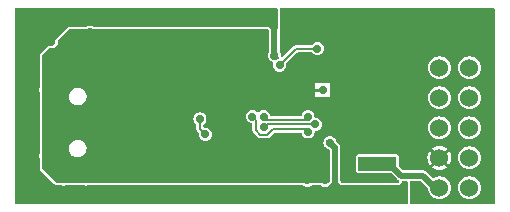
<source format=gbr>
%TF.GenerationSoftware,KiCad,Pcbnew,(6.0.7)*%
%TF.CreationDate,2022-09-08T11:38:00+02:00*%
%TF.ProjectId,blackmagic_richardeoin,626c6163-6b6d-4616-9769-635f72696368,rev?*%
%TF.SameCoordinates,Original*%
%TF.FileFunction,Copper,L2,Bot*%
%TF.FilePolarity,Positive*%
%FSLAX46Y46*%
G04 Gerber Fmt 4.6, Leading zero omitted, Abs format (unit mm)*
G04 Created by KiCad (PCBNEW (6.0.7)) date 2022-09-08 11:38:00*
%MOMM*%
%LPD*%
G01*
G04 APERTURE LIST*
%TA.AperFunction,ComponentPad*%
%ADD10C,1.524000*%
%TD*%
%TA.AperFunction,SMDPad,CuDef*%
%ADD11R,3.200000X1.200000*%
%TD*%
%TA.AperFunction,ViaPad*%
%ADD12C,0.700000*%
%TD*%
%TA.AperFunction,Conductor*%
%ADD13C,0.250000*%
%TD*%
%TA.AperFunction,Conductor*%
%ADD14C,0.200000*%
%TD*%
%TA.AperFunction,Conductor*%
%ADD15C,0.500000*%
%TD*%
G04 APERTURE END LIST*
D10*
%TO.P,JP1,1*%
%TO.N,TARGET_RST*%
X164131100Y-101773600D03*
%TO.P,JP1,2*%
%TO.N,TARGET_TDO*%
X166671100Y-101773600D03*
%TO.P,JP1,3*%
%TO.N,TARGET_TCK*%
X164131100Y-104313600D03*
%TO.P,JP1,4*%
%TO.N,TARGET_TRST*%
X166671100Y-104313600D03*
%TO.P,JP1,5*%
%TO.N,TARGET_TMS*%
X164131100Y-106853600D03*
%TO.P,JP1,6*%
%TO.N,TARGET_TDI*%
X166671100Y-106853600D03*
%TO.P,JP1,7*%
%TO.N,GND*%
X164131100Y-109393600D03*
%TO.P,JP1,8*%
%TO.N,T_RXD*%
X166671100Y-109393600D03*
%TO.P,JP1,9*%
%TO.N,T_PWR*%
X164131100Y-111933600D03*
%TO.P,JP1,10*%
%TO.N,T_TXD*%
X166671100Y-111933600D03*
%TD*%
D11*
%TO.P,JP2,1*%
%TO.N,T_PWR*%
X158870100Y-109883600D03*
%TO.P,JP2,2*%
%TO.N,3.3V*%
X158870100Y-112423600D03*
%TD*%
D12*
%TO.N,TRST*%
X154251100Y-103628600D03*
%TO.N,GND*%
X138751100Y-100453600D03*
X139151100Y-98853600D03*
X130800000Y-109200000D03*
X157701100Y-101003600D03*
X134550000Y-98750000D03*
X165401100Y-100903600D03*
X143351100Y-107403600D03*
X135850000Y-108900000D03*
X155701100Y-98653600D03*
X136900000Y-103900000D03*
X144051100Y-102053600D03*
X134550000Y-100150000D03*
X136550000Y-108900000D03*
X154451100Y-100803600D03*
X131251100Y-100453600D03*
X152951100Y-111303600D03*
X134550000Y-99450000D03*
X157701100Y-107403600D03*
X132300000Y-111200000D03*
X148551100Y-107953600D03*
X137250000Y-108900000D03*
X134200000Y-101400000D03*
X130800000Y-103600000D03*
X154451100Y-111303600D03*
X149251100Y-104253600D03*
X134200000Y-111200000D03*
X132300000Y-101400000D03*
X159101100Y-107403600D03*
%TO.N,RST*%
X150601100Y-101553600D03*
X153801100Y-100153600D03*
%TO.N,PWR_BR*%
X153001100Y-107203600D03*
X148301100Y-105903600D03*
%TO.N,RXD*%
X153001100Y-105903600D03*
X149251100Y-105903600D03*
%TO.N,TXD*%
X143851100Y-106103600D03*
X149251100Y-106803600D03*
X144301100Y-107403600D03*
X153626100Y-106553600D03*
%TO.N,3.3V*%
X142651100Y-97153600D03*
X131251100Y-99553600D03*
X144551100Y-112853600D03*
X131251100Y-98853600D03*
X154851100Y-108103600D03*
X160851100Y-112303600D03*
X150151100Y-100753600D03*
X149251100Y-112853600D03*
X138351100Y-112053600D03*
%TD*%
D13*
%TO.N,GND*%
X149879700Y-103625000D02*
X153975000Y-103625000D01*
X149251100Y-104253600D02*
X149879700Y-103625000D01*
D14*
%TO.N,RST*%
X152001100Y-100153600D02*
X150601100Y-101553600D01*
X152001100Y-100153600D02*
X153801100Y-100153600D01*
%TO.N,PWR_BR*%
X152751100Y-106953600D02*
X153001100Y-107203600D01*
X148601100Y-106203600D02*
X148601100Y-107078600D01*
X148601100Y-107078600D02*
X148976100Y-107453600D01*
X149526100Y-107453600D02*
X150026100Y-106953600D01*
X150026100Y-106953600D02*
X152751100Y-106953600D01*
X148976100Y-107453600D02*
X149526100Y-107453600D01*
X148301100Y-105903600D02*
X148601100Y-106203600D01*
D15*
%TO.N,T_PWR*%
X159881100Y-109883600D02*
X160901100Y-110903600D01*
X162701100Y-110903600D02*
X163731100Y-111933600D01*
X163731100Y-111933600D02*
X164131100Y-111933600D01*
X158870100Y-109883600D02*
X159881100Y-109883600D01*
X160901100Y-110903600D02*
X162701100Y-110903600D01*
D14*
%TO.N,RXD*%
X149251100Y-105903600D02*
X149501100Y-106153600D01*
X149501100Y-106153600D02*
X152751100Y-106153600D01*
X152751100Y-106153600D02*
X153001100Y-105903600D01*
%TO.N,TXD*%
X149251100Y-106803600D02*
X149501100Y-106553600D01*
X143851100Y-106953600D02*
X144301100Y-107403600D01*
X149501100Y-106553600D02*
X153626100Y-106553600D01*
X143851100Y-106103600D02*
X143851100Y-106953600D01*
D15*
%TO.N,3.3V*%
X155301100Y-108553600D02*
X155301100Y-111603600D01*
X154751100Y-112153600D02*
X155301100Y-111603600D01*
X154851100Y-108103600D02*
X155301100Y-108553600D01*
X150151100Y-98403600D02*
X150151100Y-97226100D01*
X155301100Y-111603600D02*
X155851100Y-112153600D01*
X149601100Y-97853600D02*
X150151100Y-98403600D01*
X150151100Y-100753600D02*
X150151100Y-98403600D01*
X155301100Y-111603600D02*
X155301100Y-112748900D01*
%TD*%
%TA.AperFunction,Conductor*%
%TO.N,3.3V*%
G36*
X150378691Y-96723007D02*
G01*
X150414655Y-96772507D01*
X150419500Y-96803100D01*
X150419500Y-98435884D01*
X150414655Y-98466474D01*
X150406157Y-98492630D01*
X150405548Y-98496474D01*
X150405547Y-98496479D01*
X150396709Y-98552284D01*
X150396100Y-98556132D01*
X150396100Y-100402801D01*
X150407006Y-100468857D01*
X150408308Y-100472691D01*
X150408309Y-100472697D01*
X150417745Y-100500493D01*
X150427464Y-100529124D01*
X150443309Y-100558770D01*
X150447461Y-100567551D01*
X150482231Y-100651495D01*
X150488920Y-100676458D01*
X150499298Y-100755285D01*
X150500126Y-100766264D01*
X150500983Y-100809931D01*
X150510926Y-100867798D01*
X150519250Y-100899942D01*
X150515534Y-100961015D01*
X150476630Y-101008239D01*
X150457194Y-101016794D01*
X150457391Y-101017270D01*
X150323475Y-101072739D01*
X150318328Y-101076689D01*
X150318322Y-101076692D01*
X150251386Y-101128054D01*
X150193710Y-101148478D01*
X150137200Y-101132541D01*
X150130290Y-101128054D01*
X150118226Y-101120219D01*
X150117985Y-101120589D01*
X150108982Y-101116357D01*
X150090568Y-101103291D01*
X150090567Y-101103290D01*
X150086031Y-101100072D01*
X149989153Y-101059945D01*
X149966776Y-101047026D01*
X149915383Y-101007591D01*
X149897109Y-100989317D01*
X149875392Y-100961015D01*
X149857674Y-100937924D01*
X149844757Y-100915550D01*
X149819967Y-100855701D01*
X149813280Y-100830743D01*
X149804825Y-100766523D01*
X149804825Y-100740677D01*
X149813280Y-100676457D01*
X149819969Y-100651495D01*
X149854739Y-100567551D01*
X149858891Y-100558770D01*
X149874736Y-100529124D01*
X149884455Y-100500493D01*
X149893891Y-100472697D01*
X149893892Y-100472691D01*
X149895194Y-100468857D01*
X149906100Y-100402801D01*
X149906100Y-98631211D01*
X149905466Y-98615086D01*
X149904247Y-98599599D01*
X149882484Y-98522431D01*
X149854707Y-98467914D01*
X149816914Y-98415897D01*
X149784703Y-98383686D01*
X149772853Y-98372731D01*
X149772103Y-98372091D01*
X149772089Y-98372078D01*
X149764744Y-98365805D01*
X149764741Y-98365803D01*
X149761040Y-98362642D01*
X149727977Y-98344126D01*
X149695329Y-98325842D01*
X149695326Y-98325841D01*
X149691082Y-98323464D01*
X149632891Y-98304557D01*
X149629047Y-98303948D01*
X149629042Y-98303947D01*
X149573237Y-98295109D01*
X149573232Y-98295109D01*
X149569389Y-98294500D01*
X134894282Y-98294500D01*
X134838782Y-98275661D01*
X134838393Y-98276334D01*
X134835008Y-98274380D01*
X134834016Y-98274043D01*
X134832774Y-98273090D01*
X134827625Y-98269139D01*
X134821632Y-98266656D01*
X134821629Y-98266655D01*
X134744650Y-98234770D01*
X134693709Y-98213670D01*
X134687280Y-98212824D01*
X134687278Y-98212823D01*
X134556433Y-98195597D01*
X134550000Y-98194750D01*
X134543567Y-98195597D01*
X134412722Y-98212823D01*
X134412720Y-98212824D01*
X134406291Y-98213670D01*
X134355350Y-98234770D01*
X134278371Y-98266655D01*
X134278368Y-98266656D01*
X134272375Y-98269139D01*
X134267226Y-98273090D01*
X134265984Y-98274043D01*
X134264992Y-98274380D01*
X134261607Y-98276334D01*
X134261218Y-98275661D01*
X134205718Y-98294500D01*
X132841008Y-98294500D01*
X132840076Y-98294537D01*
X132840058Y-98294537D01*
X132825838Y-98295096D01*
X132825815Y-98295097D01*
X132824883Y-98295134D01*
X132823943Y-98295208D01*
X132823926Y-98295209D01*
X132814245Y-98295971D01*
X132814242Y-98295972D01*
X132809396Y-98296353D01*
X132732228Y-98318116D01*
X132727894Y-98320324D01*
X132727892Y-98320325D01*
X132717064Y-98325842D01*
X132677711Y-98345893D01*
X132674563Y-98348180D01*
X132674560Y-98348182D01*
X132641671Y-98372078D01*
X132625694Y-98383686D01*
X131688587Y-99320793D01*
X131669234Y-99343154D01*
X131652233Y-99365923D01*
X131614835Y-99451433D01*
X131613800Y-99457017D01*
X131613800Y-99457018D01*
X131606521Y-99496301D01*
X131606521Y-99496305D01*
X131605236Y-99503239D01*
X131606188Y-99503416D01*
X131605591Y-99516194D01*
X131603159Y-99526849D01*
X131602652Y-99526733D01*
X131602647Y-99526782D01*
X131602608Y-99526777D01*
X131601834Y-99532656D01*
X131600003Y-99540678D01*
X131600003Y-99546242D01*
X131599852Y-99547582D01*
X131599635Y-99549355D01*
X131597105Y-99568576D01*
X131595787Y-99581958D01*
X131594940Y-99594880D01*
X131594500Y-99608321D01*
X131594500Y-99673872D01*
X131575593Y-99732063D01*
X131565504Y-99743876D01*
X131443876Y-99865504D01*
X131389359Y-99893281D01*
X131373872Y-99894500D01*
X131324810Y-99894500D01*
X131311369Y-99894940D01*
X131310552Y-99894994D01*
X131310543Y-99894994D01*
X131308409Y-99895134D01*
X131298447Y-99895787D01*
X131297654Y-99895865D01*
X131297643Y-99895866D01*
X131292700Y-99896353D01*
X131285065Y-99897105D01*
X131284251Y-99897212D01*
X131284235Y-99897214D01*
X131278987Y-99897905D01*
X131275606Y-99898350D01*
X131262687Y-99899197D01*
X131257535Y-99899197D01*
X131251100Y-99898350D01*
X131244665Y-99899197D01*
X131239513Y-99899197D01*
X131226594Y-99898350D01*
X131223213Y-99897905D01*
X131217965Y-99897214D01*
X131217949Y-99897212D01*
X131217135Y-99897105D01*
X131209500Y-99896353D01*
X131204557Y-99895866D01*
X131204546Y-99895865D01*
X131203753Y-99895787D01*
X131193791Y-99895134D01*
X131191657Y-99894994D01*
X131191648Y-99894994D01*
X131190831Y-99894940D01*
X131177390Y-99894500D01*
X131141008Y-99894500D01*
X131140076Y-99894537D01*
X131140058Y-99894537D01*
X131125838Y-99895096D01*
X131125815Y-99895097D01*
X131124883Y-99895134D01*
X131123943Y-99895208D01*
X131123926Y-99895209D01*
X131114245Y-99895971D01*
X131114242Y-99895972D01*
X131109396Y-99896353D01*
X131032228Y-99918116D01*
X130977711Y-99945893D01*
X130925694Y-99983686D01*
X130383686Y-100525694D01*
X130372731Y-100537544D01*
X130362642Y-100549357D01*
X130323464Y-100619315D01*
X130304557Y-100677506D01*
X130294500Y-100741008D01*
X130294500Y-103362169D01*
X130286964Y-103400053D01*
X130263670Y-103456291D01*
X130244750Y-103600000D01*
X130263670Y-103743709D01*
X130266153Y-103749703D01*
X130286964Y-103799946D01*
X130294500Y-103837831D01*
X130294500Y-108962169D01*
X130286964Y-109000053D01*
X130263670Y-109056291D01*
X130244750Y-109200000D01*
X130263670Y-109343709D01*
X130266153Y-109349703D01*
X130286964Y-109399946D01*
X130294500Y-109437831D01*
X130294500Y-110258992D01*
X130295134Y-110275117D01*
X130296353Y-110290604D01*
X130318116Y-110367772D01*
X130345893Y-110422289D01*
X130383686Y-110474306D01*
X131525694Y-111616314D01*
X131537544Y-111627269D01*
X131538294Y-111627909D01*
X131538308Y-111627922D01*
X131545653Y-111634195D01*
X131545656Y-111634197D01*
X131549357Y-111637358D01*
X131553608Y-111639738D01*
X131553607Y-111639738D01*
X131615068Y-111674158D01*
X131615071Y-111674159D01*
X131619315Y-111676536D01*
X131677506Y-111695443D01*
X131681350Y-111696052D01*
X131681355Y-111696053D01*
X131737160Y-111704891D01*
X131737165Y-111704891D01*
X131741008Y-111705500D01*
X132062169Y-111705500D01*
X132100053Y-111713036D01*
X132156291Y-111736330D01*
X132162720Y-111737176D01*
X132162722Y-111737177D01*
X132293567Y-111754403D01*
X132300000Y-111755250D01*
X132306433Y-111754403D01*
X132437278Y-111737177D01*
X132437280Y-111737176D01*
X132443709Y-111736330D01*
X132499947Y-111713036D01*
X132537831Y-111705500D01*
X133962169Y-111705500D01*
X134000053Y-111713036D01*
X134056291Y-111736330D01*
X134062720Y-111737176D01*
X134062722Y-111737177D01*
X134193567Y-111754403D01*
X134200000Y-111755250D01*
X134206433Y-111754403D01*
X134337278Y-111737177D01*
X134337280Y-111737176D01*
X134343709Y-111736330D01*
X134399947Y-111713036D01*
X134437831Y-111705500D01*
X138332079Y-111705500D01*
X138332904Y-111705473D01*
X138344703Y-111705087D01*
X138344720Y-111705086D01*
X138345519Y-111705060D01*
X138346266Y-111705011D01*
X138355934Y-111705011D01*
X138356681Y-111705060D01*
X138357480Y-111705086D01*
X138357497Y-111705087D01*
X138369296Y-111705473D01*
X138370121Y-111705500D01*
X152536965Y-111705500D01*
X152597233Y-111725958D01*
X152673475Y-111784461D01*
X152807391Y-111839930D01*
X152813820Y-111840776D01*
X152813822Y-111840777D01*
X152944667Y-111858003D01*
X152951100Y-111858850D01*
X152957533Y-111858003D01*
X153088378Y-111840777D01*
X153088380Y-111840776D01*
X153094809Y-111839930D01*
X153228725Y-111784461D01*
X153304967Y-111725958D01*
X153365235Y-111705500D01*
X154036965Y-111705500D01*
X154097233Y-111725958D01*
X154173475Y-111784461D01*
X154307391Y-111839930D01*
X154313820Y-111840776D01*
X154313822Y-111840777D01*
X154444667Y-111858003D01*
X154451100Y-111858850D01*
X154457533Y-111858003D01*
X154588378Y-111840777D01*
X154588380Y-111840776D01*
X154594809Y-111839930D01*
X154728725Y-111784461D01*
X154843721Y-111696221D01*
X154853506Y-111683469D01*
X154883485Y-111658538D01*
X154883099Y-111657908D01*
X154886418Y-111655874D01*
X154889886Y-111654107D01*
X154912939Y-111637358D01*
X154938754Y-111618602D01*
X154938755Y-111618601D01*
X154941903Y-111616314D01*
X154966914Y-111591303D01*
X154977869Y-111579453D01*
X154987958Y-111567640D01*
X155002072Y-111542437D01*
X155024758Y-111501929D01*
X155024759Y-111501926D01*
X155027136Y-111497682D01*
X155046043Y-111439491D01*
X155048734Y-111422503D01*
X155055491Y-111379837D01*
X155055491Y-111379832D01*
X155056100Y-111375989D01*
X155056100Y-108781211D01*
X155055466Y-108765086D01*
X155054247Y-108749599D01*
X155032484Y-108672431D01*
X155004707Y-108617914D01*
X154966914Y-108565897D01*
X154925909Y-108524892D01*
X154871486Y-108485893D01*
X154867854Y-108484102D01*
X154867849Y-108484099D01*
X154818037Y-108459536D01*
X154814403Y-108457744D01*
X154782255Y-108447992D01*
X154773108Y-108444719D01*
X154689154Y-108409945D01*
X154666776Y-108397026D01*
X154615383Y-108357591D01*
X154597109Y-108339317D01*
X154592120Y-108332815D01*
X154557674Y-108287924D01*
X154544757Y-108265550D01*
X154519967Y-108205701D01*
X154513280Y-108180743D01*
X154512539Y-108175112D01*
X154504825Y-108116520D01*
X154504825Y-108090677D01*
X154513280Y-108026457D01*
X154519968Y-108001496D01*
X154544757Y-107941650D01*
X154557674Y-107919276D01*
X154597109Y-107867883D01*
X154615383Y-107849609D01*
X154620306Y-107845831D01*
X154666776Y-107810174D01*
X154689150Y-107797257D01*
X154748999Y-107772467D01*
X154773957Y-107765780D01*
X154838180Y-107757325D01*
X154864020Y-107757325D01*
X154928243Y-107765780D01*
X154953201Y-107772467D01*
X155013050Y-107797257D01*
X155035424Y-107810174D01*
X155081894Y-107845831D01*
X155086817Y-107849609D01*
X155105091Y-107867883D01*
X155144526Y-107919276D01*
X155157445Y-107941654D01*
X155192219Y-108025608D01*
X155195492Y-108034755D01*
X155205244Y-108066903D01*
X155207036Y-108070537D01*
X155231599Y-108120349D01*
X155231602Y-108120354D01*
X155233393Y-108123986D01*
X155272392Y-108178409D01*
X155427255Y-108333272D01*
X155435468Y-108341046D01*
X155442793Y-108347606D01*
X155443558Y-108348162D01*
X155453248Y-108357224D01*
X155474145Y-108379830D01*
X155476886Y-108382738D01*
X155479580Y-108385541D01*
X155482433Y-108388450D01*
X155491998Y-108398015D01*
X155511237Y-108425163D01*
X155518093Y-108439440D01*
X155518145Y-108439548D01*
X155518264Y-108439795D01*
X155519681Y-108442687D01*
X155519756Y-108442837D01*
X155521021Y-108445370D01*
X155521070Y-108445467D01*
X155522536Y-108448346D01*
X155529744Y-108462222D01*
X155539790Y-108493139D01*
X155542125Y-108508669D01*
X155542628Y-108511847D01*
X155543136Y-108514900D01*
X155543693Y-108518092D01*
X155543723Y-108518258D01*
X155543739Y-108518346D01*
X155546257Y-108532135D01*
X155547483Y-108558645D01*
X155547142Y-108562497D01*
X155546456Y-108574133D01*
X155546100Y-108586227D01*
X155546100Y-111375989D01*
X155546137Y-111376921D01*
X155546137Y-111376939D01*
X155546243Y-111379619D01*
X155546734Y-111392114D01*
X155547953Y-111407601D01*
X155569716Y-111484769D01*
X155597493Y-111539286D01*
X155599780Y-111542434D01*
X155599782Y-111542437D01*
X155632998Y-111588154D01*
X155635286Y-111591303D01*
X155660297Y-111616314D01*
X155672147Y-111627269D01*
X155672897Y-111627909D01*
X155672911Y-111627922D01*
X155680256Y-111634195D01*
X155680259Y-111634197D01*
X155683960Y-111637358D01*
X155688211Y-111639738D01*
X155688210Y-111639738D01*
X155749671Y-111674158D01*
X155749674Y-111674159D01*
X155753918Y-111676536D01*
X155812109Y-111695443D01*
X155815953Y-111696052D01*
X155815958Y-111696053D01*
X155871763Y-111704891D01*
X155871768Y-111704891D01*
X155875611Y-111705500D01*
X160658319Y-111705500D01*
X160676049Y-111704734D01*
X160677096Y-111704643D01*
X160677101Y-111704643D01*
X160688129Y-111703688D01*
X160688130Y-111703688D01*
X160693070Y-111703260D01*
X160771500Y-111680139D01*
X160825574Y-111651508D01*
X160856458Y-111631419D01*
X160913960Y-111560300D01*
X160940877Y-111505354D01*
X160950555Y-111480085D01*
X160951267Y-111478226D01*
X160951268Y-111478223D01*
X160954052Y-111470953D01*
X160955238Y-111447992D01*
X160977122Y-111390855D01*
X161028411Y-111357493D01*
X161054106Y-111354100D01*
X161335107Y-111354100D01*
X161393298Y-111373007D01*
X161429262Y-111422507D01*
X161434107Y-111453100D01*
X161434107Y-111483688D01*
X161442912Y-111539286D01*
X161443281Y-111541617D01*
X161444500Y-111557102D01*
X161444500Y-113204100D01*
X161425593Y-113262291D01*
X161376093Y-113298255D01*
X161345500Y-113303100D01*
X128300600Y-113303100D01*
X128242409Y-113284193D01*
X128206445Y-113234693D01*
X128201600Y-113204100D01*
X128201600Y-96803100D01*
X128220507Y-96744909D01*
X128270007Y-96708945D01*
X128300600Y-96704100D01*
X150320500Y-96704100D01*
X150378691Y-96723007D01*
G37*
%TD.AperFunction*%
%TD*%
%TA.AperFunction,Conductor*%
%TO.N,GND*%
G36*
X168759791Y-96723007D02*
G01*
X168795755Y-96772507D01*
X168800600Y-96803100D01*
X168800600Y-113204100D01*
X168781693Y-113262291D01*
X168732193Y-113298255D01*
X168701600Y-113303100D01*
X161749000Y-113303100D01*
X161690809Y-113284193D01*
X161654845Y-113234693D01*
X161650000Y-113204100D01*
X161650000Y-111500000D01*
X161644906Y-111500000D01*
X161639607Y-111483691D01*
X161639608Y-111422506D01*
X161675572Y-111373006D01*
X161733762Y-111354100D01*
X162473489Y-111354100D01*
X162531680Y-111373007D01*
X162543493Y-111383096D01*
X163146079Y-111985682D01*
X163173856Y-112040199D01*
X163174727Y-112047394D01*
X163179832Y-112108190D01*
X163181165Y-112112838D01*
X163181165Y-112112839D01*
X163227325Y-112273817D01*
X163231860Y-112289634D01*
X163234075Y-112293944D01*
X163315927Y-112453212D01*
X163315930Y-112453216D01*
X163318140Y-112457517D01*
X163435385Y-112605444D01*
X163439072Y-112608582D01*
X163439074Y-112608584D01*
X163575442Y-112724642D01*
X163575447Y-112724645D01*
X163579130Y-112727780D01*
X163583353Y-112730140D01*
X163583357Y-112730143D01*
X163706303Y-112798855D01*
X163743900Y-112819867D01*
X163784692Y-112833121D01*
X163918818Y-112876701D01*
X163918821Y-112876702D01*
X163923417Y-112878195D01*
X163928213Y-112878767D01*
X163928218Y-112878768D01*
X164017131Y-112889370D01*
X164110845Y-112900545D01*
X164115667Y-112900174D01*
X164115670Y-112900174D01*
X164177378Y-112895426D01*
X164299045Y-112886064D01*
X164480848Y-112835303D01*
X164649329Y-112750198D01*
X164798070Y-112633988D01*
X164801232Y-112630325D01*
X164801237Y-112630320D01*
X164918243Y-112494766D01*
X164921407Y-112491101D01*
X164940486Y-112457517D01*
X165012253Y-112331184D01*
X165012254Y-112331181D01*
X165014642Y-112326978D01*
X165017872Y-112317270D01*
X165072696Y-112152463D01*
X165072696Y-112152461D01*
X165074223Y-112147872D01*
X165075308Y-112139289D01*
X165097532Y-111963358D01*
X165097880Y-111960605D01*
X165098257Y-111933600D01*
X165096933Y-111920096D01*
X165704037Y-111920096D01*
X165707206Y-111957831D01*
X165714123Y-112040199D01*
X165719832Y-112108190D01*
X165721165Y-112112838D01*
X165721165Y-112112839D01*
X165767325Y-112273817D01*
X165771860Y-112289634D01*
X165774075Y-112293944D01*
X165855927Y-112453212D01*
X165855930Y-112453216D01*
X165858140Y-112457517D01*
X165975385Y-112605444D01*
X165979072Y-112608582D01*
X165979074Y-112608584D01*
X166115442Y-112724642D01*
X166115447Y-112724645D01*
X166119130Y-112727780D01*
X166123353Y-112730140D01*
X166123357Y-112730143D01*
X166246303Y-112798855D01*
X166283900Y-112819867D01*
X166324692Y-112833121D01*
X166458818Y-112876701D01*
X166458821Y-112876702D01*
X166463417Y-112878195D01*
X166468213Y-112878767D01*
X166468218Y-112878768D01*
X166557131Y-112889370D01*
X166650845Y-112900545D01*
X166655667Y-112900174D01*
X166655670Y-112900174D01*
X166717378Y-112895426D01*
X166839045Y-112886064D01*
X167020848Y-112835303D01*
X167189329Y-112750198D01*
X167338070Y-112633988D01*
X167341232Y-112630325D01*
X167341237Y-112630320D01*
X167458243Y-112494766D01*
X167461407Y-112491101D01*
X167480486Y-112457517D01*
X167552253Y-112331184D01*
X167552254Y-112331181D01*
X167554642Y-112326978D01*
X167557872Y-112317270D01*
X167612696Y-112152463D01*
X167612696Y-112152461D01*
X167614223Y-112147872D01*
X167615308Y-112139289D01*
X167637532Y-111963358D01*
X167637880Y-111960605D01*
X167638257Y-111933600D01*
X167619838Y-111745745D01*
X167565281Y-111565045D01*
X167476666Y-111398383D01*
X167357366Y-111252108D01*
X167211927Y-111131791D01*
X167045888Y-111042014D01*
X166865574Y-110986197D01*
X166853624Y-110984941D01*
X166682668Y-110966973D01*
X166682666Y-110966973D01*
X166677852Y-110966467D01*
X166622983Y-110971460D01*
X166494692Y-110983135D01*
X166494688Y-110983136D01*
X166489873Y-110983574D01*
X166419951Y-111004153D01*
X166313444Y-111035500D01*
X166313441Y-111035501D01*
X166308797Y-111036868D01*
X166270869Y-111056696D01*
X166145817Y-111122071D01*
X166145813Y-111122074D01*
X166141520Y-111124318D01*
X166137744Y-111127354D01*
X166137741Y-111127356D01*
X165998188Y-111239560D01*
X165994416Y-111242593D01*
X165991307Y-111246298D01*
X165991304Y-111246301D01*
X165876203Y-111383473D01*
X165873086Y-111387188D01*
X165782152Y-111552596D01*
X165725078Y-111732517D01*
X165723594Y-111745745D01*
X165705060Y-111910979D01*
X165704037Y-111920096D01*
X165096933Y-111920096D01*
X165079838Y-111745745D01*
X165025281Y-111565045D01*
X164936666Y-111398383D01*
X164817366Y-111252108D01*
X164671927Y-111131791D01*
X164505888Y-111042014D01*
X164325574Y-110986197D01*
X164313624Y-110984941D01*
X164142668Y-110966973D01*
X164142666Y-110966973D01*
X164137852Y-110966467D01*
X164082983Y-110971460D01*
X163954692Y-110983135D01*
X163954688Y-110983136D01*
X163949873Y-110983574D01*
X163879951Y-111004153D01*
X163773444Y-111035500D01*
X163773441Y-111035501D01*
X163768797Y-111036868D01*
X163731080Y-111056586D01*
X163637993Y-111105250D01*
X163577664Y-111115454D01*
X163522123Y-111087520D01*
X163042719Y-110608116D01*
X163034977Y-110599403D01*
X163017553Y-110577301D01*
X163012972Y-110571490D01*
X162964351Y-110537886D01*
X162961828Y-110536083D01*
X162920239Y-110505364D01*
X162920237Y-110505363D01*
X162914284Y-110500966D01*
X162907468Y-110498573D01*
X162901531Y-110494469D01*
X162894472Y-110492236D01*
X162894471Y-110492236D01*
X162874127Y-110485802D01*
X162845171Y-110476644D01*
X162842286Y-110475682D01*
X162786469Y-110456081D01*
X162780427Y-110455844D01*
X162777753Y-110455323D01*
X162772370Y-110453620D01*
X162765763Y-110453100D01*
X162712559Y-110453100D01*
X162708672Y-110453024D01*
X162658497Y-110451052D01*
X162658494Y-110451052D01*
X162651106Y-110450762D01*
X162644328Y-110452559D01*
X162634503Y-110453100D01*
X161128711Y-110453100D01*
X161070520Y-110434193D01*
X161058707Y-110424104D01*
X160828212Y-110193609D01*
X163513697Y-110193609D01*
X163514188Y-110196709D01*
X163516123Y-110199159D01*
X163547055Y-110225486D01*
X163554974Y-110230988D01*
X163719760Y-110323085D01*
X163728588Y-110326942D01*
X163908137Y-110385281D01*
X163917537Y-110387348D01*
X164105002Y-110409701D01*
X164114629Y-110409903D01*
X164302854Y-110395420D01*
X164312345Y-110393746D01*
X164494174Y-110342978D01*
X164503154Y-110339495D01*
X164671660Y-110254377D01*
X164679795Y-110249215D01*
X164740500Y-110201787D01*
X164747958Y-110190730D01*
X164747887Y-110188701D01*
X164745190Y-110184467D01*
X164142186Y-109581463D01*
X164130303Y-109575409D01*
X164125272Y-109576205D01*
X163519751Y-110181726D01*
X163513697Y-110193609D01*
X160828212Y-110193609D01*
X160699596Y-110064993D01*
X160671819Y-110010476D01*
X160670600Y-109994989D01*
X160670600Y-109384222D01*
X163114707Y-109384222D01*
X163130504Y-109572350D01*
X163132242Y-109581818D01*
X163184277Y-109763287D01*
X163187828Y-109772255D01*
X163274117Y-109940156D01*
X163279337Y-109948255D01*
X163322801Y-110003093D01*
X163333912Y-110010475D01*
X163336122Y-110010382D01*
X163340084Y-110007839D01*
X163943237Y-109404686D01*
X163948479Y-109394397D01*
X164312909Y-109394397D01*
X164313705Y-109399428D01*
X164919461Y-110005184D01*
X164931344Y-110011238D01*
X164934627Y-110010719D01*
X164936831Y-110008990D01*
X164958888Y-109983437D01*
X164964445Y-109975559D01*
X165057693Y-109811415D01*
X165061608Y-109802620D01*
X165121199Y-109623483D01*
X165123333Y-109614089D01*
X165147253Y-109424745D01*
X165147640Y-109419220D01*
X165147958Y-109396371D01*
X165147726Y-109390841D01*
X165146672Y-109380096D01*
X165704037Y-109380096D01*
X165719832Y-109568190D01*
X165721165Y-109572838D01*
X165721165Y-109572839D01*
X165731211Y-109607872D01*
X165771860Y-109749634D01*
X165774075Y-109753944D01*
X165855927Y-109913212D01*
X165855930Y-109913216D01*
X165858140Y-109917517D01*
X165975385Y-110065444D01*
X165979072Y-110068582D01*
X165979074Y-110068584D01*
X166115442Y-110184642D01*
X166115447Y-110184645D01*
X166119130Y-110187780D01*
X166123353Y-110190140D01*
X166123357Y-110190143D01*
X166196441Y-110230988D01*
X166283900Y-110279867D01*
X166324692Y-110293121D01*
X166458818Y-110336701D01*
X166458821Y-110336702D01*
X166463417Y-110338195D01*
X166468213Y-110338767D01*
X166468218Y-110338768D01*
X166557131Y-110349370D01*
X166650845Y-110360545D01*
X166655667Y-110360174D01*
X166655670Y-110360174D01*
X166717378Y-110355426D01*
X166839045Y-110346064D01*
X167020848Y-110295303D01*
X167189329Y-110210198D01*
X167338070Y-110093988D01*
X167341232Y-110090325D01*
X167341237Y-110090320D01*
X167458243Y-109954766D01*
X167461407Y-109951101D01*
X167480486Y-109917517D01*
X167552253Y-109791184D01*
X167552254Y-109791181D01*
X167554642Y-109786978D01*
X167568615Y-109744976D01*
X167612696Y-109612463D01*
X167612696Y-109612461D01*
X167614223Y-109607872D01*
X167617515Y-109581818D01*
X167637532Y-109423358D01*
X167637880Y-109420605D01*
X167638257Y-109393600D01*
X167619838Y-109205745D01*
X167565281Y-109025045D01*
X167476666Y-108858383D01*
X167357366Y-108712108D01*
X167271141Y-108640777D01*
X167215654Y-108594874D01*
X167215653Y-108594873D01*
X167211927Y-108591791D01*
X167045888Y-108502014D01*
X166865574Y-108446197D01*
X166853624Y-108444941D01*
X166682668Y-108426973D01*
X166682666Y-108426973D01*
X166677852Y-108426467D01*
X166622983Y-108431460D01*
X166494692Y-108443135D01*
X166494688Y-108443136D01*
X166489873Y-108443574D01*
X166451965Y-108454731D01*
X166313444Y-108495500D01*
X166313441Y-108495501D01*
X166308797Y-108496868D01*
X166270869Y-108516696D01*
X166145817Y-108582071D01*
X166145813Y-108582074D01*
X166141520Y-108584318D01*
X166137744Y-108587354D01*
X166137741Y-108587356D01*
X166034702Y-108670202D01*
X165994416Y-108702593D01*
X165991307Y-108706298D01*
X165991304Y-108706301D01*
X165898467Y-108816940D01*
X165873086Y-108847188D01*
X165782152Y-109012596D01*
X165725078Y-109192517D01*
X165721041Y-109228506D01*
X165706964Y-109354006D01*
X165704037Y-109380096D01*
X165146672Y-109380096D01*
X165129102Y-109200902D01*
X165127232Y-109191454D01*
X165072666Y-109010723D01*
X165068996Y-109001819D01*
X164980367Y-108835130D01*
X164975037Y-108827108D01*
X164939725Y-108783813D01*
X164928514Y-108776588D01*
X164925932Y-108776732D01*
X164922522Y-108778955D01*
X164318963Y-109382514D01*
X164312909Y-109394397D01*
X163948479Y-109394397D01*
X163949291Y-109392803D01*
X163948495Y-109387772D01*
X163343174Y-108782451D01*
X163331291Y-108776397D01*
X163328374Y-108776859D01*
X163325681Y-108779001D01*
X163295158Y-108815377D01*
X163289712Y-108823330D01*
X163198769Y-108988756D01*
X163194969Y-108997619D01*
X163137890Y-109177558D01*
X163135885Y-109186989D01*
X163114841Y-109374594D01*
X163114707Y-109384222D01*
X160670600Y-109384222D01*
X160670600Y-109263852D01*
X160658967Y-109205369D01*
X160614652Y-109139048D01*
X160548331Y-109094733D01*
X160538768Y-109092831D01*
X160538766Y-109092830D01*
X160516095Y-109088321D01*
X160489848Y-109083100D01*
X157250352Y-109083100D01*
X157224105Y-109088321D01*
X157201434Y-109092830D01*
X157201432Y-109092831D01*
X157191869Y-109094733D01*
X157125548Y-109139048D01*
X157081233Y-109205369D01*
X157069600Y-109263852D01*
X157069600Y-110503348D01*
X157081233Y-110561831D01*
X157125548Y-110628152D01*
X157191869Y-110672467D01*
X157201432Y-110674369D01*
X157201434Y-110674370D01*
X157224105Y-110678879D01*
X157250352Y-110684100D01*
X160003489Y-110684100D01*
X160061680Y-110703007D01*
X160073493Y-110713096D01*
X160559481Y-111199084D01*
X160567222Y-111207796D01*
X160589228Y-111235710D01*
X160637837Y-111269306D01*
X160640364Y-111271113D01*
X160681960Y-111301835D01*
X160681964Y-111301837D01*
X160687917Y-111306234D01*
X160694731Y-111308627D01*
X160700669Y-111312731D01*
X160703431Y-111313604D01*
X160745812Y-111354675D01*
X160756331Y-111414949D01*
X160729414Y-111469895D01*
X160675340Y-111498526D01*
X160658319Y-111500000D01*
X155875611Y-111500000D01*
X155817420Y-111481093D01*
X155805607Y-111471004D01*
X155780596Y-111445993D01*
X155752819Y-111391476D01*
X155751600Y-111375989D01*
X155751600Y-108596317D01*
X163514174Y-108596317D01*
X163514291Y-108598713D01*
X163516675Y-108602398D01*
X164120014Y-109205737D01*
X164131897Y-109211791D01*
X164136928Y-109210995D01*
X164742083Y-108605840D01*
X164748137Y-108593957D01*
X164747704Y-108591223D01*
X164745353Y-108588288D01*
X164703474Y-108553642D01*
X164695481Y-108548250D01*
X164529417Y-108458460D01*
X164520546Y-108454731D01*
X164340197Y-108398903D01*
X164330765Y-108396967D01*
X164143015Y-108377234D01*
X164133377Y-108377167D01*
X163945373Y-108394276D01*
X163935907Y-108396082D01*
X163754811Y-108449382D01*
X163745870Y-108452995D01*
X163578579Y-108540452D01*
X163570510Y-108545732D01*
X163521479Y-108585154D01*
X163514174Y-108596317D01*
X155751600Y-108596317D01*
X155751600Y-108586227D01*
X155752286Y-108574591D01*
X155753689Y-108562738D01*
X155756464Y-108539290D01*
X155745849Y-108481170D01*
X155745341Y-108478117D01*
X155740758Y-108447630D01*
X155736549Y-108419638D01*
X155733421Y-108413125D01*
X155732125Y-108406027D01*
X155704901Y-108353618D01*
X155703512Y-108350838D01*
X155681113Y-108304192D01*
X155681111Y-108304189D01*
X155677909Y-108297521D01*
X155673803Y-108293079D01*
X155672280Y-108290819D01*
X155669679Y-108285812D01*
X155665375Y-108280772D01*
X155627743Y-108243140D01*
X155625049Y-108240337D01*
X155590976Y-108203476D01*
X155590973Y-108203474D01*
X155585954Y-108198044D01*
X155579890Y-108194522D01*
X155572565Y-108187962D01*
X155417702Y-108033099D01*
X155389553Y-107976016D01*
X155388277Y-107966324D01*
X155387430Y-107959891D01*
X155375515Y-107931124D01*
X155354550Y-107880510D01*
X155331961Y-107825975D01*
X155243721Y-107710979D01*
X155128725Y-107622739D01*
X154994809Y-107567270D01*
X154988380Y-107566424D01*
X154988378Y-107566423D01*
X154857533Y-107549197D01*
X154851100Y-107548350D01*
X154844667Y-107549197D01*
X154713822Y-107566423D01*
X154713820Y-107566424D01*
X154707391Y-107567270D01*
X154573475Y-107622739D01*
X154458479Y-107710979D01*
X154370239Y-107825975D01*
X154314770Y-107959891D01*
X154313924Y-107966320D01*
X154313923Y-107966322D01*
X154305132Y-108033099D01*
X154295850Y-108103600D01*
X154296697Y-108110033D01*
X154307681Y-108193461D01*
X154314770Y-108247309D01*
X154370239Y-108381225D01*
X154458479Y-108496221D01*
X154573475Y-108584461D01*
X154707391Y-108639930D01*
X154713824Y-108640777D01*
X154723516Y-108642053D01*
X154780599Y-108670202D01*
X154821604Y-108711207D01*
X154849381Y-108765724D01*
X154850600Y-108781211D01*
X154850600Y-111375989D01*
X154831693Y-111434180D01*
X154821604Y-111445993D01*
X154796593Y-111471004D01*
X154742076Y-111498781D01*
X154726589Y-111500000D01*
X138370121Y-111500000D01*
X138357869Y-111499197D01*
X138357533Y-111499197D01*
X138351100Y-111498350D01*
X138344667Y-111499197D01*
X138344331Y-111499197D01*
X138332079Y-111500000D01*
X131741008Y-111500000D01*
X131682817Y-111481093D01*
X131671004Y-111471004D01*
X130528996Y-110328996D01*
X130501219Y-110274479D01*
X130500000Y-110258992D01*
X130500000Y-108644462D01*
X132746597Y-108644462D01*
X132776234Y-108816940D01*
X132778487Y-108822235D01*
X132780561Y-108827108D01*
X132844754Y-108977973D01*
X132948483Y-109118924D01*
X132952865Y-109122647D01*
X132952867Y-109122649D01*
X133056857Y-109210995D01*
X133081855Y-109232232D01*
X133134449Y-109259088D01*
X133232592Y-109309203D01*
X133232595Y-109309204D01*
X133237716Y-109311819D01*
X133243301Y-109313186D01*
X133243302Y-109313186D01*
X133403426Y-109352368D01*
X133403429Y-109352368D01*
X133407706Y-109353415D01*
X133412104Y-109353688D01*
X133412105Y-109353688D01*
X133417232Y-109354006D01*
X133417233Y-109354006D01*
X133418748Y-109354100D01*
X133544922Y-109354100D01*
X133550798Y-109353415D01*
X133559778Y-109352368D01*
X133674928Y-109338943D01*
X133680334Y-109336981D01*
X133680337Y-109336980D01*
X133834023Y-109281194D01*
X133839431Y-109279231D01*
X133844240Y-109276078D01*
X133844244Y-109276076D01*
X133958902Y-109200902D01*
X133985785Y-109183277D01*
X133989734Y-109179108D01*
X133989738Y-109179105D01*
X134102184Y-109060404D01*
X134106140Y-109056228D01*
X134124253Y-109025045D01*
X134191150Y-108909872D01*
X134191150Y-108909871D01*
X134194039Y-108904898D01*
X134231500Y-108781211D01*
X134243100Y-108742912D01*
X134243100Y-108742910D01*
X134244767Y-108737407D01*
X134254404Y-108582071D01*
X134255247Y-108568478D01*
X134255247Y-108568477D01*
X134255603Y-108562738D01*
X134225966Y-108390260D01*
X134179379Y-108280772D01*
X134159697Y-108234517D01*
X134159697Y-108234516D01*
X134157446Y-108229227D01*
X134089410Y-108136778D01*
X134057126Y-108092908D01*
X134057125Y-108092907D01*
X134053717Y-108088276D01*
X134049335Y-108084553D01*
X134049333Y-108084551D01*
X133924731Y-107978694D01*
X133924730Y-107978693D01*
X133920345Y-107974968D01*
X133834482Y-107931124D01*
X133769608Y-107897997D01*
X133769605Y-107897996D01*
X133764484Y-107895381D01*
X133758899Y-107894014D01*
X133758898Y-107894014D01*
X133598774Y-107854832D01*
X133598771Y-107854832D01*
X133594494Y-107853785D01*
X133590096Y-107853512D01*
X133590095Y-107853512D01*
X133584968Y-107853194D01*
X133584967Y-107853194D01*
X133583452Y-107853100D01*
X133457278Y-107853100D01*
X133454431Y-107853432D01*
X133454430Y-107853432D01*
X133443762Y-107854676D01*
X133327272Y-107868257D01*
X133321866Y-107870219D01*
X133321863Y-107870220D01*
X133245340Y-107897997D01*
X133162769Y-107927969D01*
X133157960Y-107931122D01*
X133157956Y-107931124D01*
X133066154Y-107991312D01*
X133016415Y-108023923D01*
X133012466Y-108028092D01*
X133012462Y-108028095D01*
X132947030Y-108097167D01*
X132896060Y-108150972D01*
X132893173Y-108155942D01*
X132893171Y-108155945D01*
X132820113Y-108281725D01*
X132808161Y-108302302D01*
X132806494Y-108307807D01*
X132762521Y-108452995D01*
X132757433Y-108469793D01*
X132746597Y-108644462D01*
X130500000Y-108644462D01*
X130500000Y-106103600D01*
X143295850Y-106103600D01*
X143296697Y-106110033D01*
X143306748Y-106186374D01*
X143314770Y-106247309D01*
X143370239Y-106381225D01*
X143458479Y-106496221D01*
X143463627Y-106500171D01*
X143511867Y-106537187D01*
X143546523Y-106587611D01*
X143550600Y-106615729D01*
X143550600Y-106900092D01*
X143550297Y-106904217D01*
X143548675Y-106908942D01*
X143549018Y-106918076D01*
X143550530Y-106958361D01*
X143550600Y-106962074D01*
X143550600Y-106981548D01*
X143551425Y-106985978D01*
X143551761Y-106991171D01*
X143552874Y-107020808D01*
X143556480Y-107029202D01*
X143556481Y-107029205D01*
X143557417Y-107031383D01*
X143563783Y-107052334D01*
X143565891Y-107063653D01*
X143570688Y-107071435D01*
X143579868Y-107086328D01*
X143586551Y-107099195D01*
X143597064Y-107123663D01*
X143601078Y-107128549D01*
X143605442Y-107132913D01*
X143619713Y-107150968D01*
X143624632Y-107158948D01*
X143647869Y-107176618D01*
X143657939Y-107185410D01*
X143726485Y-107253956D01*
X143754262Y-107308473D01*
X143754634Y-107336878D01*
X143745850Y-107403600D01*
X143746697Y-107410033D01*
X143762305Y-107528584D01*
X143764770Y-107547309D01*
X143820239Y-107681225D01*
X143908479Y-107796221D01*
X144023475Y-107884461D01*
X144157391Y-107939930D01*
X144163820Y-107940776D01*
X144163822Y-107940777D01*
X144294667Y-107958003D01*
X144301100Y-107958850D01*
X144307533Y-107958003D01*
X144438378Y-107940777D01*
X144438380Y-107940776D01*
X144444809Y-107939930D01*
X144578725Y-107884461D01*
X144693721Y-107796221D01*
X144781961Y-107681225D01*
X144837430Y-107547309D01*
X144839896Y-107528584D01*
X144855503Y-107410033D01*
X144856350Y-107403600D01*
X144843826Y-107308473D01*
X144838277Y-107266322D01*
X144838276Y-107266320D01*
X144837430Y-107259891D01*
X144781961Y-107125975D01*
X144693721Y-107010979D01*
X144578725Y-106922739D01*
X144444809Y-106867270D01*
X144438380Y-106866424D01*
X144438378Y-106866423D01*
X144307533Y-106849197D01*
X144301100Y-106848350D01*
X144294666Y-106849197D01*
X144294665Y-106849197D01*
X144263521Y-106853297D01*
X144203361Y-106842147D01*
X144161244Y-106797764D01*
X144151600Y-106755144D01*
X144151600Y-106615729D01*
X144170507Y-106557538D01*
X144190333Y-106537187D01*
X144238573Y-106500171D01*
X144243721Y-106496221D01*
X144331961Y-106381225D01*
X144387430Y-106247309D01*
X144395453Y-106186374D01*
X144405503Y-106110033D01*
X144406350Y-106103600D01*
X144398545Y-106044318D01*
X144388277Y-105966322D01*
X144388276Y-105966320D01*
X144387430Y-105959891D01*
X144364114Y-105903600D01*
X147745850Y-105903600D01*
X147749507Y-105931379D01*
X147760704Y-106016423D01*
X147764770Y-106047309D01*
X147820239Y-106181225D01*
X147908479Y-106296221D01*
X148023475Y-106384461D01*
X148157391Y-106439930D01*
X148163820Y-106440776D01*
X148163822Y-106440777D01*
X148214523Y-106447452D01*
X148269748Y-106473794D01*
X148298942Y-106527565D01*
X148300600Y-106545605D01*
X148300600Y-107025092D01*
X148300297Y-107029217D01*
X148298675Y-107033942D01*
X148299018Y-107043076D01*
X148300530Y-107083361D01*
X148300600Y-107087074D01*
X148300600Y-107106548D01*
X148301425Y-107110978D01*
X148301761Y-107116171D01*
X148302874Y-107145808D01*
X148306480Y-107154202D01*
X148306481Y-107154205D01*
X148307417Y-107156383D01*
X148313783Y-107177334D01*
X148315891Y-107188653D01*
X148320688Y-107196435D01*
X148329868Y-107211328D01*
X148336551Y-107224195D01*
X148347064Y-107248663D01*
X148351078Y-107253549D01*
X148355442Y-107257913D01*
X148369713Y-107275968D01*
X148374632Y-107283948D01*
X148397869Y-107301618D01*
X148407939Y-107310410D01*
X148725780Y-107628251D01*
X148728480Y-107631380D01*
X148730675Y-107635869D01*
X148737378Y-107642087D01*
X148766922Y-107669493D01*
X148769598Y-107672069D01*
X148783377Y-107685848D01*
X148787087Y-107688393D01*
X148791000Y-107691829D01*
X148812746Y-107712001D01*
X148821234Y-107715388D01*
X148821235Y-107715388D01*
X148823436Y-107716266D01*
X148842752Y-107726580D01*
X148844707Y-107727921D01*
X148844710Y-107727922D01*
X148852246Y-107733092D01*
X148878158Y-107739241D01*
X148891984Y-107743614D01*
X148910232Y-107750894D01*
X148910234Y-107750894D01*
X148916722Y-107753483D01*
X148923015Y-107754100D01*
X148929184Y-107754100D01*
X148952043Y-107756775D01*
X148952273Y-107756830D01*
X148952275Y-107756830D01*
X148961166Y-107758940D01*
X148990088Y-107755004D01*
X149003437Y-107754100D01*
X149472592Y-107754100D01*
X149476717Y-107754403D01*
X149481442Y-107756025D01*
X149530861Y-107754170D01*
X149534574Y-107754100D01*
X149554048Y-107754100D01*
X149558478Y-107753275D01*
X149563671Y-107752939D01*
X149579702Y-107752337D01*
X149584175Y-107752169D01*
X149593308Y-107751826D01*
X149601702Y-107748220D01*
X149601705Y-107748219D01*
X149603883Y-107747283D01*
X149624834Y-107740917D01*
X149636153Y-107738809D01*
X149658829Y-107724832D01*
X149671696Y-107718148D01*
X149689742Y-107710395D01*
X149689743Y-107710394D01*
X149696163Y-107707636D01*
X149701049Y-107703622D01*
X149705413Y-107699258D01*
X149723468Y-107684987D01*
X149731448Y-107680068D01*
X149749118Y-107656831D01*
X149757910Y-107646761D01*
X150121575Y-107283096D01*
X150176092Y-107255319D01*
X150191579Y-107254100D01*
X152365678Y-107254100D01*
X152423869Y-107273007D01*
X152459833Y-107322507D01*
X152463831Y-107340173D01*
X152464770Y-107347309D01*
X152520239Y-107481225D01*
X152608479Y-107596221D01*
X152723475Y-107684461D01*
X152857391Y-107739930D01*
X152863820Y-107740776D01*
X152863822Y-107740777D01*
X152971887Y-107755004D01*
X152992419Y-107757707D01*
X152994667Y-107758003D01*
X153001100Y-107758850D01*
X153007533Y-107758003D01*
X153009782Y-107757707D01*
X153030313Y-107755004D01*
X153138378Y-107740777D01*
X153138380Y-107740776D01*
X153144809Y-107739930D01*
X153278725Y-107684461D01*
X153393721Y-107596221D01*
X153481961Y-107481225D01*
X153537430Y-107347309D01*
X153538370Y-107340175D01*
X153555503Y-107210033D01*
X153556350Y-107203600D01*
X153556234Y-107202716D01*
X153574410Y-107146774D01*
X153623910Y-107110810D01*
X153641581Y-107106812D01*
X153763378Y-107090777D01*
X153763380Y-107090776D01*
X153769809Y-107089930D01*
X153903725Y-107034461D01*
X154018721Y-106946221D01*
X154100154Y-106840096D01*
X163164037Y-106840096D01*
X163167206Y-106877831D01*
X163178387Y-107010979D01*
X163179832Y-107028190D01*
X163181165Y-107032838D01*
X163181165Y-107032839D01*
X163230130Y-107203600D01*
X163231860Y-107209634D01*
X163234075Y-107213944D01*
X163315927Y-107373212D01*
X163315930Y-107373216D01*
X163318140Y-107377517D01*
X163435385Y-107525444D01*
X163439072Y-107528582D01*
X163439074Y-107528584D01*
X163575442Y-107644642D01*
X163575447Y-107644645D01*
X163579130Y-107647780D01*
X163583353Y-107650140D01*
X163583357Y-107650143D01*
X163691166Y-107710395D01*
X163743900Y-107739867D01*
X163829785Y-107767772D01*
X163918818Y-107796701D01*
X163918821Y-107796702D01*
X163923417Y-107798195D01*
X163928213Y-107798767D01*
X163928218Y-107798768D01*
X164017131Y-107809370D01*
X164110845Y-107820545D01*
X164115667Y-107820174D01*
X164115670Y-107820174D01*
X164177378Y-107815426D01*
X164299045Y-107806064D01*
X164480848Y-107755303D01*
X164649329Y-107670198D01*
X164798070Y-107553988D01*
X164801232Y-107550325D01*
X164801237Y-107550320D01*
X164918243Y-107414766D01*
X164921407Y-107411101D01*
X164925669Y-107403600D01*
X165012253Y-107251184D01*
X165012254Y-107251181D01*
X165014642Y-107246978D01*
X165016218Y-107242242D01*
X165072696Y-107072463D01*
X165072696Y-107072461D01*
X165074223Y-107067872D01*
X165077356Y-107043076D01*
X165094300Y-106908942D01*
X165097880Y-106880605D01*
X165098257Y-106853600D01*
X165096933Y-106840096D01*
X165704037Y-106840096D01*
X165707206Y-106877831D01*
X165718387Y-107010979D01*
X165719832Y-107028190D01*
X165721165Y-107032838D01*
X165721165Y-107032839D01*
X165770130Y-107203600D01*
X165771860Y-107209634D01*
X165774075Y-107213944D01*
X165855927Y-107373212D01*
X165855930Y-107373216D01*
X165858140Y-107377517D01*
X165975385Y-107525444D01*
X165979072Y-107528582D01*
X165979074Y-107528584D01*
X166115442Y-107644642D01*
X166115447Y-107644645D01*
X166119130Y-107647780D01*
X166123353Y-107650140D01*
X166123357Y-107650143D01*
X166231166Y-107710395D01*
X166283900Y-107739867D01*
X166369785Y-107767772D01*
X166458818Y-107796701D01*
X166458821Y-107796702D01*
X166463417Y-107798195D01*
X166468213Y-107798767D01*
X166468218Y-107798768D01*
X166557131Y-107809370D01*
X166650845Y-107820545D01*
X166655667Y-107820174D01*
X166655670Y-107820174D01*
X166717378Y-107815426D01*
X166839045Y-107806064D01*
X167020848Y-107755303D01*
X167189329Y-107670198D01*
X167338070Y-107553988D01*
X167341232Y-107550325D01*
X167341237Y-107550320D01*
X167458243Y-107414766D01*
X167461407Y-107411101D01*
X167465669Y-107403600D01*
X167552253Y-107251184D01*
X167552254Y-107251181D01*
X167554642Y-107246978D01*
X167556218Y-107242242D01*
X167612696Y-107072463D01*
X167612696Y-107072461D01*
X167614223Y-107067872D01*
X167617356Y-107043076D01*
X167634300Y-106908942D01*
X167637880Y-106880605D01*
X167638257Y-106853600D01*
X167622933Y-106697309D01*
X167620310Y-106670555D01*
X167620309Y-106670551D01*
X167619838Y-106665745D01*
X167565281Y-106485045D01*
X167476666Y-106318383D01*
X167357366Y-106172108D01*
X167350347Y-106166301D01*
X167215654Y-106054874D01*
X167215653Y-106054873D01*
X167211927Y-106051791D01*
X167045888Y-105962014D01*
X166865574Y-105906197D01*
X166840865Y-105903600D01*
X166682668Y-105886973D01*
X166682666Y-105886973D01*
X166677852Y-105886467D01*
X166622983Y-105891460D01*
X166494692Y-105903135D01*
X166494688Y-105903136D01*
X166489873Y-105903574D01*
X166433125Y-105920276D01*
X166313444Y-105955500D01*
X166313441Y-105955501D01*
X166308797Y-105956868D01*
X166270869Y-105976696D01*
X166145817Y-106042071D01*
X166145813Y-106042074D01*
X166141520Y-106044318D01*
X166137744Y-106047354D01*
X166137741Y-106047356D01*
X166101257Y-106076690D01*
X165994416Y-106162593D01*
X165991307Y-106166298D01*
X165991304Y-106166301D01*
X165918301Y-106253303D01*
X165873086Y-106307188D01*
X165782152Y-106472596D01*
X165725078Y-106652517D01*
X165704037Y-106840096D01*
X165096933Y-106840096D01*
X165082933Y-106697309D01*
X165080310Y-106670555D01*
X165080309Y-106670551D01*
X165079838Y-106665745D01*
X165025281Y-106485045D01*
X164936666Y-106318383D01*
X164817366Y-106172108D01*
X164810347Y-106166301D01*
X164675654Y-106054874D01*
X164675653Y-106054873D01*
X164671927Y-106051791D01*
X164505888Y-105962014D01*
X164325574Y-105906197D01*
X164300865Y-105903600D01*
X164142668Y-105886973D01*
X164142666Y-105886973D01*
X164137852Y-105886467D01*
X164082983Y-105891460D01*
X163954692Y-105903135D01*
X163954688Y-105903136D01*
X163949873Y-105903574D01*
X163893125Y-105920276D01*
X163773444Y-105955500D01*
X163773441Y-105955501D01*
X163768797Y-105956868D01*
X163730869Y-105976696D01*
X163605817Y-106042071D01*
X163605813Y-106042074D01*
X163601520Y-106044318D01*
X163597744Y-106047354D01*
X163597741Y-106047356D01*
X163561257Y-106076690D01*
X163454416Y-106162593D01*
X163451307Y-106166298D01*
X163451304Y-106166301D01*
X163378301Y-106253303D01*
X163333086Y-106307188D01*
X163242152Y-106472596D01*
X163185078Y-106652517D01*
X163164037Y-106840096D01*
X154100154Y-106840096D01*
X154106961Y-106831225D01*
X154162430Y-106697309D01*
X154165953Y-106670555D01*
X154180503Y-106560033D01*
X154181350Y-106553600D01*
X154172934Y-106489676D01*
X154163277Y-106416322D01*
X154163276Y-106416320D01*
X154162430Y-106409891D01*
X154106961Y-106275975D01*
X154018721Y-106160979D01*
X153903725Y-106072739D01*
X153769809Y-106017270D01*
X153763380Y-106016424D01*
X153763378Y-106016423D01*
X153641581Y-106000388D01*
X153586356Y-105974047D01*
X153557161Y-105920276D01*
X153555925Y-105906828D01*
X153556350Y-105903600D01*
X153545640Y-105822249D01*
X153538277Y-105766322D01*
X153538276Y-105766320D01*
X153537430Y-105759891D01*
X153481961Y-105625975D01*
X153401192Y-105520715D01*
X153397672Y-105516128D01*
X153393721Y-105510979D01*
X153278725Y-105422739D01*
X153144809Y-105367270D01*
X153138380Y-105366424D01*
X153138378Y-105366423D01*
X153007533Y-105349197D01*
X153001100Y-105348350D01*
X152994667Y-105349197D01*
X152863822Y-105366423D01*
X152863820Y-105366424D01*
X152857391Y-105367270D01*
X152723475Y-105422739D01*
X152608479Y-105510979D01*
X152604528Y-105516128D01*
X152601008Y-105520715D01*
X152520239Y-105625975D01*
X152464770Y-105759891D01*
X152463831Y-105767025D01*
X152463612Y-105767484D01*
X152462243Y-105772593D01*
X152461296Y-105772339D01*
X152437488Y-105822249D01*
X152383717Y-105851443D01*
X152365678Y-105853100D01*
X149886522Y-105853100D01*
X149828331Y-105834193D01*
X149792367Y-105784693D01*
X149788369Y-105767025D01*
X149787430Y-105759891D01*
X149731961Y-105625975D01*
X149651192Y-105520715D01*
X149647672Y-105516128D01*
X149643721Y-105510979D01*
X149528725Y-105422739D01*
X149394809Y-105367270D01*
X149388380Y-105366424D01*
X149388378Y-105366423D01*
X149257533Y-105349197D01*
X149251100Y-105348350D01*
X149244667Y-105349197D01*
X149113822Y-105366423D01*
X149113820Y-105366424D01*
X149107391Y-105367270D01*
X148973475Y-105422739D01*
X148858479Y-105510979D01*
X148854528Y-105516128D01*
X148849941Y-105520715D01*
X148849049Y-105519823D01*
X148804213Y-105550635D01*
X148743049Y-105549031D01*
X148703023Y-105519951D01*
X148702259Y-105520715D01*
X148697672Y-105516128D01*
X148693721Y-105510979D01*
X148578725Y-105422739D01*
X148444809Y-105367270D01*
X148438380Y-105366424D01*
X148438378Y-105366423D01*
X148307533Y-105349197D01*
X148301100Y-105348350D01*
X148294667Y-105349197D01*
X148163822Y-105366423D01*
X148163820Y-105366424D01*
X148157391Y-105367270D01*
X148023475Y-105422739D01*
X147908479Y-105510979D01*
X147904528Y-105516128D01*
X147901008Y-105520715D01*
X147820239Y-105625975D01*
X147764770Y-105759891D01*
X147763924Y-105766320D01*
X147763923Y-105766322D01*
X147756560Y-105822249D01*
X147745850Y-105903600D01*
X144364114Y-105903600D01*
X144331961Y-105825975D01*
X144243721Y-105710979D01*
X144128725Y-105622739D01*
X143994809Y-105567270D01*
X143988380Y-105566424D01*
X143988378Y-105566423D01*
X143857533Y-105549197D01*
X143851100Y-105548350D01*
X143844667Y-105549197D01*
X143713822Y-105566423D01*
X143713820Y-105566424D01*
X143707391Y-105567270D01*
X143573475Y-105622739D01*
X143458479Y-105710979D01*
X143370239Y-105825975D01*
X143314770Y-105959891D01*
X143313924Y-105966320D01*
X143313923Y-105966322D01*
X143303655Y-106044318D01*
X143295850Y-106103600D01*
X130500000Y-106103600D01*
X130500000Y-104244462D01*
X132746597Y-104244462D01*
X132776234Y-104416940D01*
X132844754Y-104577973D01*
X132848161Y-104582602D01*
X132939692Y-104706978D01*
X132948483Y-104718924D01*
X132952865Y-104722647D01*
X132952867Y-104722649D01*
X133024231Y-104783277D01*
X133081855Y-104832232D01*
X133149730Y-104866891D01*
X133232592Y-104909203D01*
X133232595Y-104909204D01*
X133237716Y-104911819D01*
X133243301Y-104913186D01*
X133243302Y-104913186D01*
X133403426Y-104952368D01*
X133403429Y-104952368D01*
X133407706Y-104953415D01*
X133412104Y-104953688D01*
X133412105Y-104953688D01*
X133417232Y-104954006D01*
X133417233Y-104954006D01*
X133418748Y-104954100D01*
X133544922Y-104954100D01*
X133550798Y-104953415D01*
X133559778Y-104952368D01*
X133674928Y-104938943D01*
X133680334Y-104936981D01*
X133680337Y-104936980D01*
X133834023Y-104881194D01*
X133839431Y-104879231D01*
X133844240Y-104876078D01*
X133844244Y-104876076D01*
X133980977Y-104786429D01*
X133985785Y-104783277D01*
X133989734Y-104779108D01*
X133989738Y-104779105D01*
X134102184Y-104660404D01*
X134106140Y-104656228D01*
X134183485Y-104523069D01*
X134191150Y-104509872D01*
X134191150Y-104509871D01*
X134194039Y-104504898D01*
X134244767Y-104337407D01*
X134247082Y-104300096D01*
X163164037Y-104300096D01*
X163179832Y-104488190D01*
X163181165Y-104492838D01*
X163181165Y-104492839D01*
X163191211Y-104527872D01*
X163231860Y-104669634D01*
X163234075Y-104673944D01*
X163315927Y-104833212D01*
X163315930Y-104833216D01*
X163318140Y-104837517D01*
X163435385Y-104985444D01*
X163439072Y-104988582D01*
X163439074Y-104988584D01*
X163575442Y-105104642D01*
X163575447Y-105104645D01*
X163579130Y-105107780D01*
X163583353Y-105110140D01*
X163583357Y-105110143D01*
X163623146Y-105132380D01*
X163743900Y-105199867D01*
X163784692Y-105213121D01*
X163918818Y-105256701D01*
X163918821Y-105256702D01*
X163923417Y-105258195D01*
X163928213Y-105258767D01*
X163928218Y-105258768D01*
X164017131Y-105269370D01*
X164110845Y-105280545D01*
X164115667Y-105280174D01*
X164115670Y-105280174D01*
X164177378Y-105275426D01*
X164299045Y-105266064D01*
X164480848Y-105215303D01*
X164649329Y-105130198D01*
X164798070Y-105013988D01*
X164801232Y-105010325D01*
X164801237Y-105010320D01*
X164914389Y-104879231D01*
X164921407Y-104871101D01*
X164940486Y-104837517D01*
X165012253Y-104711184D01*
X165012254Y-104711181D01*
X165014642Y-104706978D01*
X165028615Y-104664976D01*
X165072696Y-104532463D01*
X165072696Y-104532461D01*
X165074223Y-104527872D01*
X165097880Y-104340605D01*
X165098257Y-104313600D01*
X165096933Y-104300096D01*
X165704037Y-104300096D01*
X165719832Y-104488190D01*
X165721165Y-104492838D01*
X165721165Y-104492839D01*
X165731211Y-104527872D01*
X165771860Y-104669634D01*
X165774075Y-104673944D01*
X165855927Y-104833212D01*
X165855930Y-104833216D01*
X165858140Y-104837517D01*
X165975385Y-104985444D01*
X165979072Y-104988582D01*
X165979074Y-104988584D01*
X166115442Y-105104642D01*
X166115447Y-105104645D01*
X166119130Y-105107780D01*
X166123353Y-105110140D01*
X166123357Y-105110143D01*
X166163146Y-105132380D01*
X166283900Y-105199867D01*
X166324692Y-105213121D01*
X166458818Y-105256701D01*
X166458821Y-105256702D01*
X166463417Y-105258195D01*
X166468213Y-105258767D01*
X166468218Y-105258768D01*
X166557131Y-105269370D01*
X166650845Y-105280545D01*
X166655667Y-105280174D01*
X166655670Y-105280174D01*
X166717378Y-105275426D01*
X166839045Y-105266064D01*
X167020848Y-105215303D01*
X167189329Y-105130198D01*
X167338070Y-105013988D01*
X167341232Y-105010325D01*
X167341237Y-105010320D01*
X167454389Y-104879231D01*
X167461407Y-104871101D01*
X167480486Y-104837517D01*
X167552253Y-104711184D01*
X167552254Y-104711181D01*
X167554642Y-104706978D01*
X167568615Y-104664976D01*
X167612696Y-104532463D01*
X167612696Y-104532461D01*
X167614223Y-104527872D01*
X167637880Y-104340605D01*
X167638257Y-104313600D01*
X167623465Y-104162738D01*
X167620310Y-104130555D01*
X167620309Y-104130551D01*
X167619838Y-104125745D01*
X167565281Y-103945045D01*
X167476666Y-103778383D01*
X167357366Y-103632108D01*
X167211927Y-103511791D01*
X167045888Y-103422014D01*
X166865574Y-103366197D01*
X166853624Y-103364941D01*
X166682668Y-103346973D01*
X166682666Y-103346973D01*
X166677852Y-103346467D01*
X166622983Y-103351460D01*
X166494692Y-103363135D01*
X166494688Y-103363136D01*
X166489873Y-103363574D01*
X166419951Y-103384153D01*
X166313444Y-103415500D01*
X166313441Y-103415501D01*
X166308797Y-103416868D01*
X166270869Y-103436696D01*
X166145817Y-103502071D01*
X166145813Y-103502074D01*
X166141520Y-103504318D01*
X166137744Y-103507354D01*
X166137741Y-103507356D01*
X166112104Y-103527969D01*
X165994416Y-103622593D01*
X165991307Y-103626298D01*
X165991304Y-103626301D01*
X165890197Y-103746796D01*
X165873086Y-103767188D01*
X165870750Y-103771436D01*
X165870750Y-103771437D01*
X165838980Y-103829227D01*
X165782152Y-103932596D01*
X165725078Y-104112517D01*
X165719445Y-104162738D01*
X165710278Y-104244462D01*
X165704037Y-104300096D01*
X165096933Y-104300096D01*
X165083465Y-104162738D01*
X165080310Y-104130555D01*
X165080309Y-104130551D01*
X165079838Y-104125745D01*
X165025281Y-103945045D01*
X164936666Y-103778383D01*
X164817366Y-103632108D01*
X164671927Y-103511791D01*
X164505888Y-103422014D01*
X164325574Y-103366197D01*
X164313624Y-103364941D01*
X164142668Y-103346973D01*
X164142666Y-103346973D01*
X164137852Y-103346467D01*
X164082983Y-103351460D01*
X163954692Y-103363135D01*
X163954688Y-103363136D01*
X163949873Y-103363574D01*
X163879951Y-103384153D01*
X163773444Y-103415500D01*
X163773441Y-103415501D01*
X163768797Y-103416868D01*
X163730869Y-103436696D01*
X163605817Y-103502071D01*
X163605813Y-103502074D01*
X163601520Y-103504318D01*
X163597744Y-103507354D01*
X163597741Y-103507356D01*
X163572104Y-103527969D01*
X163454416Y-103622593D01*
X163451307Y-103626298D01*
X163451304Y-103626301D01*
X163350197Y-103746796D01*
X163333086Y-103767188D01*
X163330750Y-103771436D01*
X163330750Y-103771437D01*
X163298980Y-103829227D01*
X163242152Y-103932596D01*
X163185078Y-104112517D01*
X163179445Y-104162738D01*
X163170278Y-104244462D01*
X163164037Y-104300096D01*
X134247082Y-104300096D01*
X134251740Y-104225000D01*
X153600000Y-104225000D01*
X154850000Y-104225000D01*
X154850000Y-103025000D01*
X153600000Y-103025000D01*
X153600000Y-104225000D01*
X134251740Y-104225000D01*
X134255603Y-104162738D01*
X134225966Y-103990260D01*
X134157446Y-103829227D01*
X134053717Y-103688276D01*
X134049335Y-103684553D01*
X134049333Y-103684551D01*
X133924731Y-103578694D01*
X133924730Y-103578693D01*
X133920345Y-103574968D01*
X133834482Y-103531124D01*
X133769608Y-103497997D01*
X133769605Y-103497996D01*
X133764484Y-103495381D01*
X133758899Y-103494014D01*
X133758898Y-103494014D01*
X133598774Y-103454832D01*
X133598771Y-103454832D01*
X133594494Y-103453785D01*
X133590096Y-103453512D01*
X133590095Y-103453512D01*
X133584968Y-103453194D01*
X133584967Y-103453194D01*
X133583452Y-103453100D01*
X133457278Y-103453100D01*
X133454431Y-103453432D01*
X133454430Y-103453432D01*
X133443762Y-103454676D01*
X133327272Y-103468257D01*
X133321866Y-103470219D01*
X133321863Y-103470220D01*
X133207338Y-103511791D01*
X133162769Y-103527969D01*
X133157960Y-103531122D01*
X133157956Y-103531124D01*
X133066154Y-103591312D01*
X133016415Y-103623923D01*
X133012466Y-103628092D01*
X133012462Y-103628095D01*
X132903551Y-103743064D01*
X132896060Y-103750972D01*
X132893173Y-103755942D01*
X132893171Y-103755945D01*
X132877654Y-103782660D01*
X132808161Y-103902302D01*
X132757433Y-104069793D01*
X132746597Y-104244462D01*
X130500000Y-104244462D01*
X130500000Y-100741008D01*
X130518907Y-100682817D01*
X130528996Y-100671004D01*
X131071004Y-100128996D01*
X131125521Y-100101219D01*
X131141008Y-100100000D01*
X131177390Y-100100000D01*
X131190312Y-100100847D01*
X131244666Y-100108003D01*
X131244667Y-100108003D01*
X131251100Y-100108850D01*
X131257533Y-100108003D01*
X131257534Y-100108003D01*
X131311888Y-100100847D01*
X131324810Y-100100000D01*
X131500000Y-100100000D01*
X131800000Y-99800000D01*
X131800000Y-99608321D01*
X131800847Y-99595399D01*
X131805503Y-99560034D01*
X131805503Y-99560033D01*
X131806350Y-99553600D01*
X131805503Y-99547167D01*
X131805503Y-99540678D01*
X131807297Y-99540678D01*
X131816896Y-99488872D01*
X131833897Y-99466103D01*
X132771004Y-98528996D01*
X132825521Y-98501219D01*
X132841008Y-98500000D01*
X149569389Y-98500000D01*
X149627580Y-98518907D01*
X149639393Y-98528996D01*
X149671604Y-98561207D01*
X149699381Y-98615724D01*
X149700600Y-98631211D01*
X149700600Y-100402801D01*
X149680142Y-100463068D01*
X149674192Y-100470822D01*
X149674189Y-100470828D01*
X149670239Y-100475975D01*
X149614770Y-100609891D01*
X149595850Y-100753600D01*
X149596697Y-100760031D01*
X149596697Y-100760033D01*
X149613060Y-100884317D01*
X149614770Y-100897309D01*
X149670239Y-101031225D01*
X149758479Y-101146221D01*
X149873475Y-101234461D01*
X150007391Y-101289930D01*
X150006300Y-101292564D01*
X150047641Y-101319412D01*
X150069568Y-101376533D01*
X150066502Y-101405710D01*
X150064770Y-101409891D01*
X150063924Y-101416320D01*
X150063923Y-101416322D01*
X150054634Y-101486883D01*
X150045850Y-101553600D01*
X150064770Y-101697309D01*
X150120239Y-101831225D01*
X150208479Y-101946221D01*
X150323475Y-102034461D01*
X150457391Y-102089930D01*
X150463820Y-102090776D01*
X150463822Y-102090777D01*
X150594667Y-102108003D01*
X150601100Y-102108850D01*
X150607533Y-102108003D01*
X150738378Y-102090777D01*
X150738380Y-102090776D01*
X150744809Y-102089930D01*
X150878725Y-102034461D01*
X150993721Y-101946221D01*
X151081961Y-101831225D01*
X151111423Y-101760096D01*
X163164037Y-101760096D01*
X163179832Y-101948190D01*
X163181165Y-101952838D01*
X163181165Y-101952839D01*
X163204570Y-102034461D01*
X163231860Y-102129634D01*
X163234075Y-102133944D01*
X163315927Y-102293212D01*
X163315930Y-102293216D01*
X163318140Y-102297517D01*
X163435385Y-102445444D01*
X163439072Y-102448582D01*
X163439074Y-102448584D01*
X163575442Y-102564642D01*
X163575447Y-102564645D01*
X163579130Y-102567780D01*
X163583353Y-102570140D01*
X163583357Y-102570143D01*
X163623146Y-102592380D01*
X163743900Y-102659867D01*
X163784692Y-102673121D01*
X163918818Y-102716701D01*
X163918821Y-102716702D01*
X163923417Y-102718195D01*
X163928213Y-102718767D01*
X163928218Y-102718768D01*
X164017131Y-102729370D01*
X164110845Y-102740545D01*
X164115667Y-102740174D01*
X164115670Y-102740174D01*
X164177378Y-102735426D01*
X164299045Y-102726064D01*
X164480848Y-102675303D01*
X164649329Y-102590198D01*
X164798070Y-102473988D01*
X164801232Y-102470325D01*
X164801237Y-102470320D01*
X164918243Y-102334766D01*
X164921407Y-102331101D01*
X164940486Y-102297517D01*
X165012253Y-102171184D01*
X165012254Y-102171181D01*
X165014642Y-102166978D01*
X165028615Y-102124976D01*
X165072696Y-101992463D01*
X165072696Y-101992461D01*
X165074223Y-101987872D01*
X165097880Y-101800605D01*
X165098257Y-101773600D01*
X165096933Y-101760096D01*
X165704037Y-101760096D01*
X165719832Y-101948190D01*
X165721165Y-101952838D01*
X165721165Y-101952839D01*
X165744570Y-102034461D01*
X165771860Y-102129634D01*
X165774075Y-102133944D01*
X165855927Y-102293212D01*
X165855930Y-102293216D01*
X165858140Y-102297517D01*
X165975385Y-102445444D01*
X165979072Y-102448582D01*
X165979074Y-102448584D01*
X166115442Y-102564642D01*
X166115447Y-102564645D01*
X166119130Y-102567780D01*
X166123353Y-102570140D01*
X166123357Y-102570143D01*
X166163146Y-102592380D01*
X166283900Y-102659867D01*
X166324692Y-102673121D01*
X166458818Y-102716701D01*
X166458821Y-102716702D01*
X166463417Y-102718195D01*
X166468213Y-102718767D01*
X166468218Y-102718768D01*
X166557131Y-102729370D01*
X166650845Y-102740545D01*
X166655667Y-102740174D01*
X166655670Y-102740174D01*
X166717378Y-102735426D01*
X166839045Y-102726064D01*
X167020848Y-102675303D01*
X167189329Y-102590198D01*
X167338070Y-102473988D01*
X167341232Y-102470325D01*
X167341237Y-102470320D01*
X167458243Y-102334766D01*
X167461407Y-102331101D01*
X167480486Y-102297517D01*
X167552253Y-102171184D01*
X167552254Y-102171181D01*
X167554642Y-102166978D01*
X167568615Y-102124976D01*
X167612696Y-101992463D01*
X167612696Y-101992461D01*
X167614223Y-101987872D01*
X167637880Y-101800605D01*
X167638257Y-101773600D01*
X167619838Y-101585745D01*
X167565281Y-101405045D01*
X167476666Y-101238383D01*
X167357366Y-101092108D01*
X167283771Y-101031225D01*
X167215654Y-100974874D01*
X167215653Y-100974873D01*
X167211927Y-100971791D01*
X167045888Y-100882014D01*
X166865574Y-100826197D01*
X166853624Y-100824941D01*
X166682668Y-100806973D01*
X166682666Y-100806973D01*
X166677852Y-100806467D01*
X166622983Y-100811460D01*
X166494692Y-100823135D01*
X166494688Y-100823136D01*
X166489873Y-100823574D01*
X166419951Y-100844153D01*
X166313444Y-100875500D01*
X166313441Y-100875501D01*
X166308797Y-100876868D01*
X166291647Y-100885834D01*
X166145817Y-100962071D01*
X166145813Y-100962074D01*
X166141520Y-100964318D01*
X166137744Y-100967354D01*
X166137741Y-100967356D01*
X165998188Y-101079560D01*
X165994416Y-101082593D01*
X165991307Y-101086298D01*
X165991304Y-101086301D01*
X165937710Y-101150172D01*
X165873086Y-101227188D01*
X165782152Y-101392596D01*
X165725078Y-101572517D01*
X165723594Y-101585745D01*
X165710408Y-101703303D01*
X165704037Y-101760096D01*
X165096933Y-101760096D01*
X165079838Y-101585745D01*
X165025281Y-101405045D01*
X164936666Y-101238383D01*
X164817366Y-101092108D01*
X164743771Y-101031225D01*
X164675654Y-100974874D01*
X164675653Y-100974873D01*
X164671927Y-100971791D01*
X164505888Y-100882014D01*
X164325574Y-100826197D01*
X164313624Y-100824941D01*
X164142668Y-100806973D01*
X164142666Y-100806973D01*
X164137852Y-100806467D01*
X164082983Y-100811460D01*
X163954692Y-100823135D01*
X163954688Y-100823136D01*
X163949873Y-100823574D01*
X163879951Y-100844153D01*
X163773444Y-100875500D01*
X163773441Y-100875501D01*
X163768797Y-100876868D01*
X163751647Y-100885834D01*
X163605817Y-100962071D01*
X163605813Y-100962074D01*
X163601520Y-100964318D01*
X163597744Y-100967354D01*
X163597741Y-100967356D01*
X163458188Y-101079560D01*
X163454416Y-101082593D01*
X163451307Y-101086298D01*
X163451304Y-101086301D01*
X163397710Y-101150172D01*
X163333086Y-101227188D01*
X163242152Y-101392596D01*
X163185078Y-101572517D01*
X163183594Y-101585745D01*
X163170408Y-101703303D01*
X163164037Y-101760096D01*
X151111423Y-101760096D01*
X151137430Y-101697309D01*
X151156350Y-101553600D01*
X151147566Y-101486881D01*
X151158716Y-101426722D01*
X151175715Y-101403956D01*
X152096575Y-100483096D01*
X152151092Y-100455319D01*
X152166579Y-100454100D01*
X153288971Y-100454100D01*
X153347162Y-100473007D01*
X153367513Y-100492833D01*
X153408479Y-100546221D01*
X153523475Y-100634461D01*
X153657391Y-100689930D01*
X153663820Y-100690776D01*
X153663822Y-100690777D01*
X153794667Y-100708003D01*
X153801100Y-100708850D01*
X153807533Y-100708003D01*
X153938378Y-100690777D01*
X153938380Y-100690776D01*
X153944809Y-100689930D01*
X154078725Y-100634461D01*
X154193721Y-100546221D01*
X154281961Y-100431225D01*
X154337430Y-100297309D01*
X154356350Y-100153600D01*
X154337430Y-100009891D01*
X154281961Y-99875975D01*
X154193721Y-99760979D01*
X154078725Y-99672739D01*
X153944809Y-99617270D01*
X153938380Y-99616424D01*
X153938378Y-99616423D01*
X153807533Y-99599197D01*
X153801100Y-99598350D01*
X153794667Y-99599197D01*
X153663822Y-99616423D01*
X153663820Y-99616424D01*
X153657391Y-99617270D01*
X153523475Y-99672739D01*
X153408479Y-99760979D01*
X153404529Y-99766127D01*
X153367513Y-99814367D01*
X153317089Y-99849023D01*
X153288971Y-99853100D01*
X152054608Y-99853100D01*
X152050483Y-99852797D01*
X152045758Y-99851175D01*
X151996339Y-99853030D01*
X151992626Y-99853100D01*
X151973152Y-99853100D01*
X151968722Y-99853925D01*
X151963529Y-99854261D01*
X151947498Y-99854863D01*
X151943025Y-99855031D01*
X151933892Y-99855374D01*
X151925498Y-99858980D01*
X151925495Y-99858981D01*
X151923317Y-99859917D01*
X151902366Y-99866283D01*
X151891047Y-99868391D01*
X151869013Y-99881973D01*
X151868372Y-99882368D01*
X151855504Y-99889052D01*
X151837458Y-99896805D01*
X151837457Y-99896806D01*
X151831037Y-99899564D01*
X151826151Y-99903578D01*
X151821787Y-99907942D01*
X151803732Y-99922213D01*
X151795752Y-99927132D01*
X151778082Y-99950369D01*
X151769290Y-99960439D01*
X150871672Y-100858057D01*
X150817155Y-100885834D01*
X150756723Y-100876263D01*
X150713458Y-100832998D01*
X150703515Y-100775131D01*
X150706350Y-100753600D01*
X150687430Y-100609891D01*
X150631961Y-100475975D01*
X150628011Y-100470828D01*
X150628008Y-100470822D01*
X150622058Y-100463068D01*
X150601600Y-100402801D01*
X150601600Y-98556132D01*
X150619838Y-98500000D01*
X150625000Y-98500000D01*
X150625000Y-96803100D01*
X150643907Y-96744909D01*
X150693407Y-96708945D01*
X150724000Y-96704100D01*
X168701600Y-96704100D01*
X168759791Y-96723007D01*
G37*
%TD.AperFunction*%
%TD*%
M02*

</source>
